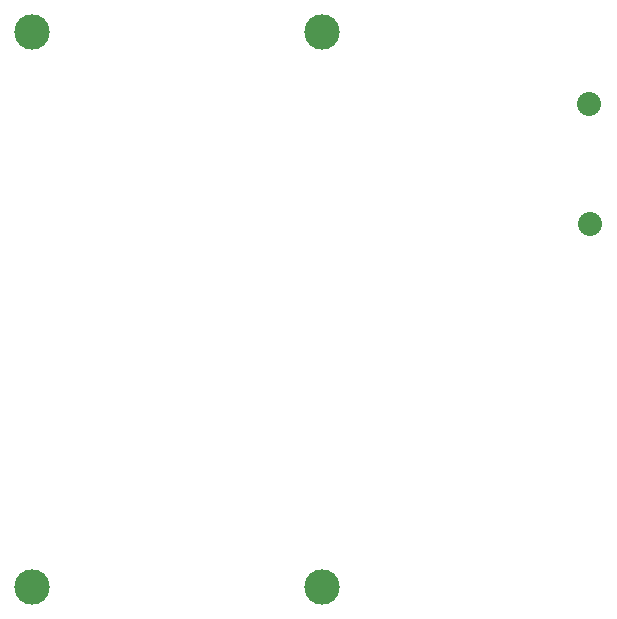
<source format=gbr>
%FSTAX23Y23*%
%MOIN*%
%SFA1B1*%

%IPPOS*%
%ADD40C,0.118110*%
%ADD41C,0.080000*%
G54D40*
X01256Y03719D03*
X02221D03*
Y0187D03*
X01256D03*
G54D41*
X0311Y0348D03*
X03115Y0308D03*
M02*
</source>
